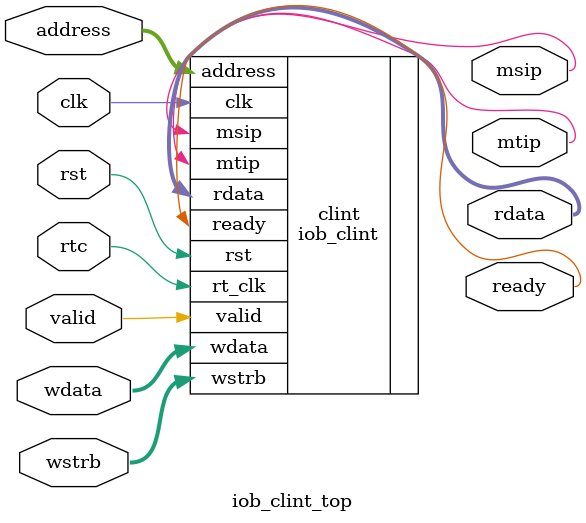
<source format=v>
`timescale 1ns / 1ps

module iob_clint_top
  #(
    parameter ADDR_W  = 16,
    parameter DATA_W  = 32,
    parameter N_CORES = 1
    )
  (
    input                clk,
    input                rst,

    input                rtc,

    input                valid,
    input [ADDR_W-1:0]   address,
    input [DATA_W-1:0]   wdata,
    input [DATA_W/8-1:0] wstrb,
    output [DATA_W-1:0]  rdata,
    output               ready,

    output [N_CORES-1:0] mtip,
    output [N_CORES-1:0] msip
   );

`ifdef VCD
   initial begin
      $dumpfile("iob_clint.vcd");
      $dumpvars();
   end
`endif

   iob_clint
     #(
       .ADDR_W(ADDR_W),
       .DATA_W(DATA_W),
       .N_CORES(N_CORES)
       )
   clint
     (
      .clk     (clk),
      .rst     (rst),

      .rt_clk  (rtc),

      .valid   (valid),
      .address (address),
      .wdata   (wdata),
      .wstrb   (wstrb),
      .rdata   (rdata),
      .ready   (ready),

      .mtip    (mtip),
      .msip    (msip)
      );

endmodule

</source>
